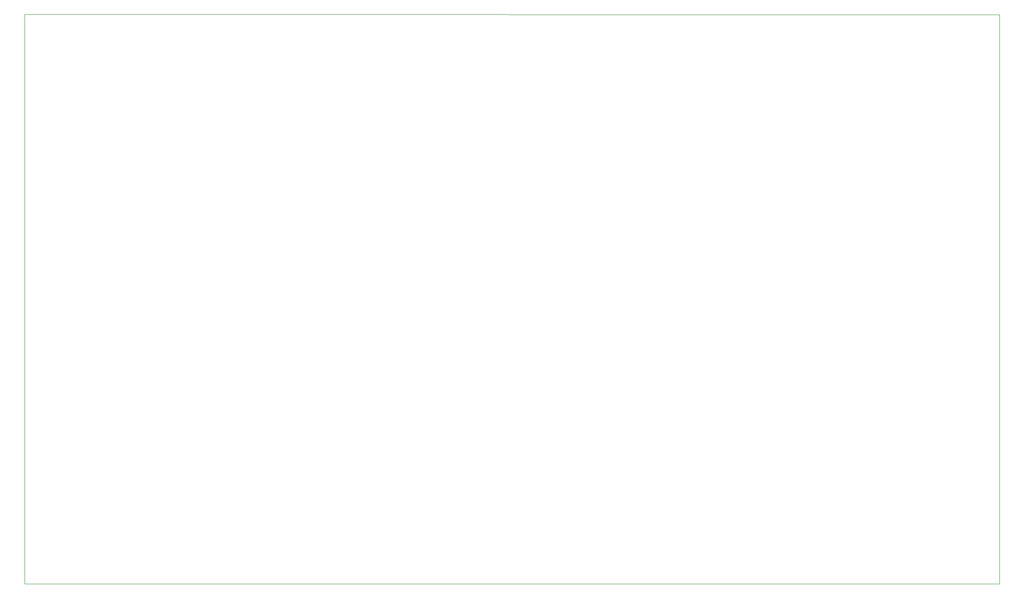
<source format=gm1>
G04 #@! TF.GenerationSoftware,KiCad,Pcbnew,9.0.0*
G04 #@! TF.CreationDate,2025-03-31T16:50:07-07:00*
G04 #@! TF.ProjectId,proto-for-mfg,70726f74-6f2d-4666-9f72-2d6d66672e6b,rev?*
G04 #@! TF.SameCoordinates,Original*
G04 #@! TF.FileFunction,Profile,NP*
%FSLAX46Y46*%
G04 Gerber Fmt 4.6, Leading zero omitted, Abs format (unit mm)*
G04 Created by KiCad (PCBNEW 9.0.0) date 2025-03-31 16:50:07*
%MOMM*%
%LPD*%
G01*
G04 APERTURE LIST*
G04 #@! TA.AperFunction,Profile*
%ADD10C,0.050000*%
G04 #@! TD*
G04 APERTURE END LIST*
D10*
X213925000Y-100450000D02*
X213925000Y-149850000D01*
X22569855Y-37981947D02*
X213925000Y-38025000D01*
X22569855Y-149856947D02*
X22569855Y-37981947D01*
X213925000Y-149850000D02*
X22569855Y-149856947D01*
X213925000Y-38025000D02*
X213925000Y-100450000D01*
M02*

</source>
